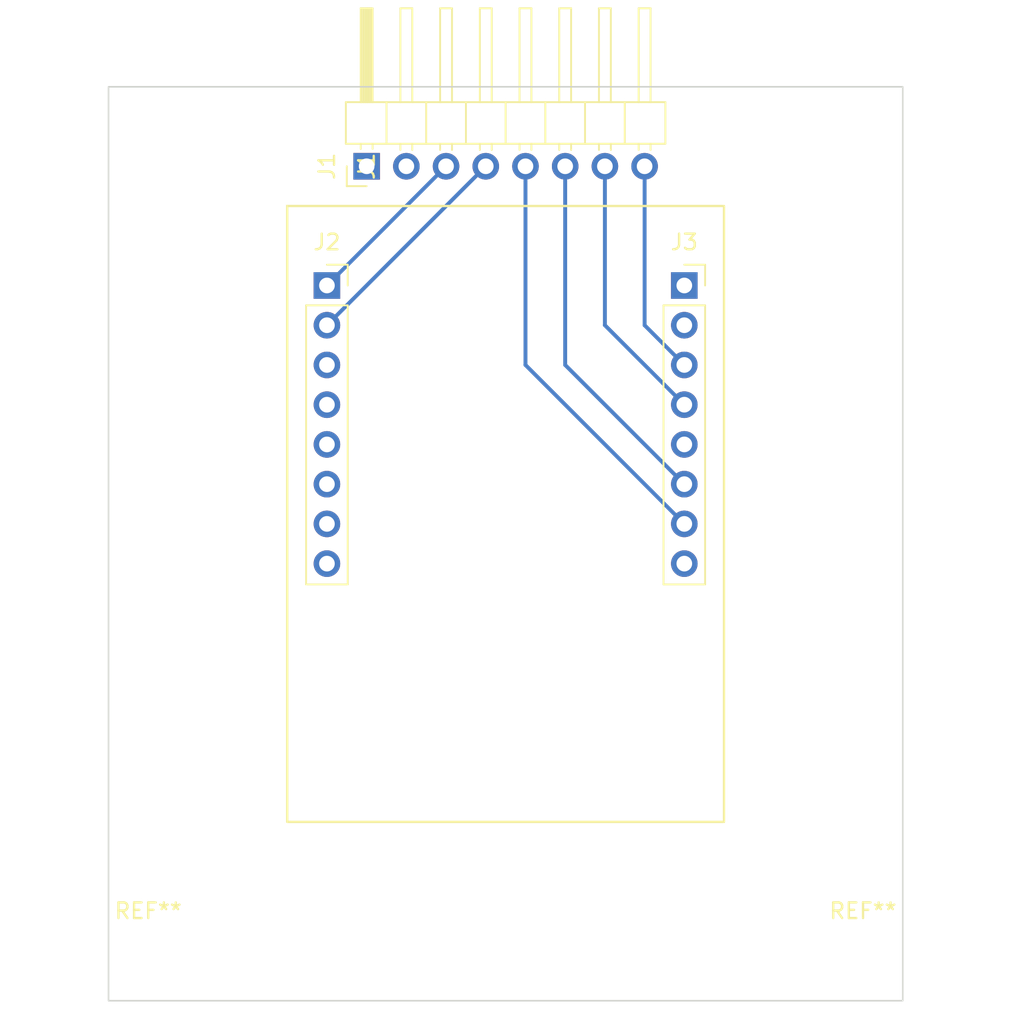
<source format=kicad_pcb>
(kicad_pcb (version 20221018) (generator pcbnew)
  (layers (0 "F.Cu" jumper) (31 "B.Cu" signal) (34 "B.Paste" user) (35 "F.Paste" user) (36 "B.SilkS" user "B.Silkscreen") (37 "F.SilkS" user "F.Silkscreen") (38 "B.Mask" user) (39 "F.Mask" user) (44 "Edge.Cuts" user))
  (net 0 "")
  (net 3 "Net-(J1-UOR)")
  (net 4 "Net-(J1-UOT)")
  (net 13 "+5V")
  (net 14 "GND")
  (net 17 "Net-(J1-GND-Pad7)")
  (net 18 "Net-(J1-IO00)")
  (footprint "MountingHole:MountingHole_2.2mm_M2" (layer "F.Cu") (at 123.19 111.76)
    (fp_text reference "REF**" (at 0 -3.2) (layer "F.SilkS"))
    (fp_text value "MountingHole_2.2mm_M2")
    (pad "" np_thru_hole circle (at 0 0) (size 2.2 2.2) (drill 2.2) (layers "F&B.Cu" "*.Mask"))
  )
  (footprint "Connector_PinSocket_2.54mm:PinSocket_1x08_P2.54mm_Vertical" (layer "F.Cu") (at 111.76 68.58)
    (fp_text reference "J3" (at 0 -2.77) (layer "F.SilkS"))
    (fp_text value "Conn_01x08_Socket")
    (fp_line (start -1.33 1.27) (end -1.33 19.11) (stroke (width 0.12)) (layer "F.SilkS"))
    (fp_line (start -1.33 1.27) (end 1.33 1.27) (stroke (width 0.12)) (layer "F.SilkS"))
    (fp_line (start -1.33 19.11) (end 1.33 19.11) (stroke (width 0.12)) (layer "F.SilkS"))
    (fp_line (start 0 -1.33) (end 1.33 -1.33) (stroke (width 0.12)) (layer "F.SilkS"))
    (fp_line (start 1.33 -1.33) (end 1.33 0) (stroke (width 0.12)) (layer "F.SilkS"))
    (fp_line (start 1.33 1.27) (end 1.33 19.11) (stroke (width 0.12)) (layer "F.SilkS"))
    (pad "1" thru_hole rect (at 0 0) (size 1.7 1.7) (drill 1) (layers "*.Cu" "*.Mask"))
    (pad "2" thru_hole oval (at 0 2.54) (size 1.7 1.7) (drill 1) (layers "*.Cu" "*.Mask"))
    (pad "3" thru_hole oval (at 0 5.08) (size 1.7 1.7) (drill 1) (layers "*.Cu" "*.Mask") (net 18 "Net-(J1-IO00)"))
    (pad "4" thru_hole oval (at 0 7.62) (size 1.7 1.7) (drill 1) (layers "*.Cu" "*.Mask") (net 17 "Net-(J1-GND-Pad7)"))
    (pad "5" thru_hole oval (at 0 10.16) (size 1.7 1.7) (drill 1) (layers "*.Cu" "*.Mask"))
    (pad "6" thru_hole oval (at 0 12.7) (size 1.7 1.7) (drill 1) (layers "*.Cu" "*.Mask") (net 3 "Net-(J1-UOR)"))
    (pad "7" thru_hole oval (at 0 15.24) (size 1.7 1.7) (drill 1) (layers "*.Cu" "*.Mask") (net 4 "Net-(J1-UOT)"))
    (pad "8" thru_hole oval (at 0 17.78) (size 1.7 1.7) (drill 1) (layers "*.Cu" "*.Mask"))
  )
  (footprint "MountingHole:MountingHole_2.2mm_M2" (layer "F.Cu") (at 77.47 111.76)
    (fp_text reference "REF**" (at 0 -3.2) (layer "F.SilkS"))
    (fp_text value "MountingHole_2.2mm_M2")
    (pad "" np_thru_hole circle (at 0 0) (size 2.2 2.2) (drill 2.2) (layers "*.Cu" "*.Mask"))
  )
  (footprint "Connector_PinSocket_2.54mm:PinSocket_1x08_P2.54mm_Vertical" (layer "F.Cu") (at 88.9 68.58)
    (fp_text reference "J2" (at 0 -2.77) (layer "F.SilkS"))
    (fp_text value "Conn_01x08_Socket")
    (fp_line (start -1.33 1.27) (end -1.33 19.11) (stroke (width 0.12)) (layer "F.SilkS"))
    (fp_line (start -1.33 1.27) (end 1.33 1.27) (stroke (width 0.12)) (layer "F.SilkS"))
    (fp_line (start -1.33 19.11) (end 1.33 19.11) (stroke (width 0.12)) (layer "F.SilkS"))
    (fp_line (start 0 -1.33) (end 1.33 -1.33) (stroke (width 0.12)) (layer "F.SilkS"))
    (fp_line (start 1.33 -1.33) (end 1.33 0) (stroke (width 0.12)) (layer "F.SilkS"))
    (fp_line (start 1.33 1.27) (end 1.33 19.11) (stroke (width 0.12)) (layer "F.SilkS"))
    (pad "1" thru_hole rect (at 0 0) (size 1.7 1.7) (drill 1) (layers "*.Cu" "*.Mask") (net 13 "+5V"))
    (pad "2" thru_hole oval (at 0 2.54) (size 1.7 1.7) (drill 1) (layers "*.Cu" "*.Mask") (net 14 "GND"))
    (pad "3" thru_hole oval (at 0 5.08) (size 1.7 1.7) (drill 1) (layers "*.Cu" "*.Mask"))
    (pad "4" thru_hole oval (at 0 7.62) (size 1.7 1.7) (drill 1) (layers "*.Cu" "*.Mask"))
    (pad "5" thru_hole oval (at 0 10.16) (size 1.7 1.7) (drill 1) (layers "*.Cu" "*.Mask"))
    (pad "6" thru_hole oval (at 0 12.7) (size 1.7 1.7) (drill 1) (layers "*.Cu" "*.Mask"))
    (pad "7" thru_hole oval (at 0 15.24) (size 1.7 1.7) (drill 1) (layers "*.Cu" "*.Mask"))
    (pad "8" thru_hole oval (at 0 17.78) (size 1.7 1.7) (drill 1) (layers "*.Cu" "*.Mask"))
  )
  (footprint "Connector_PinHeader_2.54mm:PinHeader_1x08_P2.54mm_Horizontal" (layer "F.Cu") (at 91.44 60.96 90)
    (fp_text reference "J1" (at 0 -2.54 90) (layer "F.SilkS"))
    (fp_text value "Conn_01x08_Pin")
    (fp_text user "${REFERENCE}" (at 0 0 90 unlocked) (layer "F.SilkS"))
    (fp_line (start -1.27 -1.27) (end 0 -1.27) (stroke (width 0.12)) (layer "F.SilkS"))
    (fp_line (start -1.27 0) (end -1.27 -1.27) (stroke (width 0.12)) (layer "F.SilkS"))
    (fp_line (start 1.042929 2.16) (end 1.44 2.16) (stroke (width 0.12)) (layer "F.SilkS"))
    (fp_line (start 1.042929 2.92) (end 1.44 2.92) (stroke (width 0.12)) (layer "F.SilkS"))
    (fp_line (start 1.042929 4.7) (end 1.44 4.7) (stroke (width 0.12)) (layer "F.SilkS"))
    (fp_line (start 1.042929 5.46) (end 1.44 5.46) (stroke (width 0.12)) (layer "F.SilkS"))
    (fp_line (start 1.042929 7.24) (end 1.44 7.24) (stroke (width 0.12)) (layer "F.SilkS"))
    (fp_line (start 1.042929 8) (end 1.44 8) (stroke (width 0.12)) (layer "F.SilkS"))
    (fp_line (start 1.042929 9.78) (end 1.44 9.78) (stroke (width 0.12)) (layer "F.SilkS"))
    (fp_line (start 1.042929 10.54) (end 1.44 10.54) (stroke (width 0.12)) (layer "F.SilkS"))
    (fp_line (start 1.042929 12.32) (end 1.44 12.32) (stroke (width 0.12)) (layer "F.SilkS"))
    (fp_line (start 1.042929 13.08) (end 1.44 13.08) (stroke (width 0.12)) (layer "F.SilkS"))
    (fp_line (start 1.042929 14.86) (end 1.44 14.86) (stroke (width 0.12)) (layer "F.SilkS"))
    (fp_line (start 1.042929 15.62) (end 1.44 15.62) (stroke (width 0.12)) (layer "F.SilkS"))
    (fp_line (start 1.042929 17.4) (end 1.44 17.4) (stroke (width 0.12)) (layer "F.SilkS"))
    (fp_line (start 1.042929 18.16) (end 1.44 18.16) (stroke (width 0.12)) (layer "F.SilkS"))
    (fp_line (start 1.11 -0.38) (end 1.44 -0.38) (stroke (width 0.12)) (layer "F.SilkS"))
    (fp_line (start 1.11 0.38) (end 1.44 0.38) (stroke (width 0.12)) (layer "F.SilkS"))
    (fp_line (start 1.44 -1.33) (end 1.44 19.11) (stroke (width 0.12)) (layer "F.SilkS"))
    (fp_line (start 1.44 1.27) (end 4.1 1.27) (stroke (width 0.12)) (layer "F.SilkS"))
    (fp_line (start 1.44 3.81) (end 4.1 3.81) (stroke (width 0.12)) (layer "F.SilkS"))
    (fp_line (start 1.44 6.35) (end 4.1 6.35) (stroke (width 0.12)) (layer "F.SilkS"))
    (fp_line (start 1.44 8.89) (end 4.1 8.89) (stroke (width 0.12)) (layer "F.SilkS"))
    (fp_line (start 1.44 11.43) (end 4.1 11.43) (stroke (width 0.12)) (layer "F.SilkS"))
    (fp_line (start 1.44 13.97) (end 4.1 13.97) (stroke (width 0.12)) (layer "F.SilkS"))
    (fp_line (start 1.44 16.51) (end 4.1 16.51) (stroke (width 0.12)) (layer "F.SilkS"))
    (fp_line (start 1.44 19.11) (end 4.1 19.11) (stroke (width 0.12)) (layer "F.SilkS"))
    (fp_line (start 4.1 -1.33) (end 1.44 -1.33) (stroke (width 0.12)) (layer "F.SilkS"))
    (fp_line (start 4.1 -0.38) (end 10.1 -0.38) (stroke (width 0.12)) (layer "F.SilkS"))
    (fp_line (start 4.1 -0.32) (end 10.1 -0.32) (stroke (width 0.12)) (layer "F.SilkS"))
    (fp_line (start 4.1 -0.2) (end 10.1 -0.2) (stroke (width 0.12)) (layer "F.SilkS"))
    (fp_line (start 4.1 -0.08) (end 10.1 -0.08) (stroke (width 0.12)) (layer "F.SilkS"))
    (fp_line (start 4.1 0.04) (end 10.1 0.04) (stroke (width 0.12)) (layer "F.SilkS"))
    (fp_line (start 4.1 0.16) (end 10.1 0.16) (stroke (width 0.12)) (layer "F.SilkS"))
    (fp_line (start 4.1 0.28) (end 10.1 0.28) (stroke (width 0.12)) (layer "F.SilkS"))
    (fp_line (start 4.1 2.16) (end 10.1 2.16) (stroke (width 0.12)) (layer "F.SilkS"))
    (fp_line (start 4.1 4.7) (end 10.1 4.7) (stroke (width 0.12)) (layer "F.SilkS"))
    (fp_line (start 4.1 7.24) (end 10.1 7.24) (stroke (width 0.12)) (layer "F.SilkS"))
    (fp_line (start 4.1 9.78) (end 10.1 9.78) (stroke (width 0.12)) (layer "F.SilkS"))
    (fp_line (start 4.1 12.32) (end 10.1 12.32) (stroke (width 0.12)) (layer "F.SilkS"))
    (fp_line (start 4.1 14.86) (end 10.1 14.86) (stroke (width 0.12)) (layer "F.SilkS"))
    (fp_line (start 4.1 17.4) (end 10.1 17.4) (stroke (width 0.12)) (layer "F.SilkS"))
    (fp_line (start 4.1 19.11) (end 4.1 -1.33) (stroke (width 0.12)) (layer "F.SilkS"))
    (fp_line (start 10.1 -0.38) (end 10.1 0.38) (stroke (width 0.12)) (layer "F.SilkS"))
    (fp_line (start 10.1 0.38) (end 4.1 0.38) (stroke (width 0.12)) (layer "F.SilkS"))
    (fp_line (start 10.1 2.16) (end 10.1 2.92) (stroke (width 0.12)) (layer "F.SilkS"))
    (fp_line (start 10.1 2.92) (end 4.1 2.92) (stroke (width 0.12)) (layer "F.SilkS"))
    (fp_line (start 10.1 4.7) (end 10.1 5.46) (stroke (width 0.12)) (layer "F.SilkS"))
    (fp_line (start 10.1 5.46) (end 4.1 5.46) (stroke (width 0.12)) (layer "F.SilkS"))
    (fp_line (start 10.1 7.24) (end 10.1 8) (stroke (width 0.12)) (layer "F.SilkS"))
    (fp_line (start 10.1 8) (end 4.1 8) (stroke (width 0.12)) (layer "F.SilkS"))
    (fp_line (start 10.1 9.78) (end 10.1 10.54) (stroke (width 0.12)) (layer "F.SilkS"))
    (fp_line (start 10.1 10.54) (end 4.1 10.54) (stroke (width 0.12)) (layer "F.SilkS"))
    (fp_line (start 10.1 12.32) (end 10.1 13.08) (stroke (width 0.12)) (layer "F.SilkS"))
    (fp_line (start 10.1 13.08) (end 4.1 13.08) (stroke (width 0.12)) (layer "F.SilkS"))
    (fp_line (start 10.1 14.86) (end 10.1 15.62) (stroke (width 0.12)) (layer "F.SilkS"))
    (fp_line (start 10.1 15.62) (end 4.1 15.62) (stroke (width 0.12)) (layer "F.SilkS"))
    (fp_line (start 10.1 17.4) (end 10.1 18.16) (stroke (width 0.12)) (layer "F.SilkS"))
    (fp_line (start 10.1 18.16) (end 4.1 18.16) (stroke (width 0.12)) (layer "F.SilkS"))
    (pad "1" thru_hole rect (at 0 0 90) (size 1.7 1.7) (drill 1) (layers "*.Cu" "*.Mask"))
    (pad "2" thru_hole oval (at 0 2.54 90) (size 1.7 1.7) (drill 1) (layers "*.Cu" "*.Mask"))
    (pad "3" thru_hole oval (at 0 5.08 90) (size 1.7 1.7) (drill 1) (layers "*.Cu" "*.Mask") (net 13 "+5V"))
    (pad "4" thru_hole oval (at 0 7.62 90) (size 1.7 1.7) (drill 1) (layers "*.Cu" "*.Mask") (net 14 "GND"))
    (pad "5" thru_hole oval (at 0 10.16 90) (size 1.7 1.7) (drill 1) (layers "*.Cu" "*.Mask") (net 4 "Net-(J1-UOT)"))
    (pad "6" thru_hole oval (at 0 12.7 90) (size 1.7 1.7) (drill 1) (layers "*.Cu" "*.Mask") (net 3 "Net-(J1-UOR)"))
    (pad "7" thru_hole oval (at 0 15.24 90) (size 1.7 1.7) (drill 1) (layers "*.Cu" "*.Mask") (net 17 "Net-(J1-GND-Pad7)"))
    (pad "8" thru_hole oval (at 0 17.78 90) (size 1.7 1.7) (drill 1) (layers "*.Cu" "*.Mask") (net 18 "Net-(J1-IO00)"))
  )
  (gr_rect (start 86.36 63.5) (end 114.3 102.87) (stroke (width 0.15)) (fill none) (layer "F.SilkS"))
  (gr_rect (start 74.93 55.88) (end 125.73 114.3) (stroke (width 0.1)) (fill none) (layer "Edge.Cuts"))
  (segment (start 104.14 73.66) (end 111.76 81.28) (width 0.25) (layer "B.Cu") (net 3))
  (segment (start 104.14 60.96) (end 104.14 73.66) (width 0.25) (layer "B.Cu") (net 3))
  (segment (start 101.6 60.96) (end 101.6 73.66) (width 0.25) (layer "B.Cu") (net 4))
  (segment (start 101.6 73.66) (end 111.76 83.82) (width 0.25) (layer "B.Cu") (net 4))
  (segment (start 88.9 68.58) (end 96.52 60.96) (width 0.25) (layer "B.Cu") (net 13))
  (segment (start 88.9 71.12) (end 99.06 60.96) (width 0.25) (layer "B.Cu") (net 14))
  (segment (start 106.68 71.12) (end 111.76 76.2) (width 0.25) (layer "B.Cu") (net 17))
  (segment (start 106.68 60.96) (end 106.68 71.12) (width 0.25) (layer "B.Cu") (net 17))
  (segment (start 109.22 71.12) (end 111.76 73.66) (width 0.25) (layer "B.Cu") (net 18))
  (segment (start 109.22 60.96) (end 109.22 71.12) (width 0.25) (layer "B.Cu") (net 18))
)
</source>
